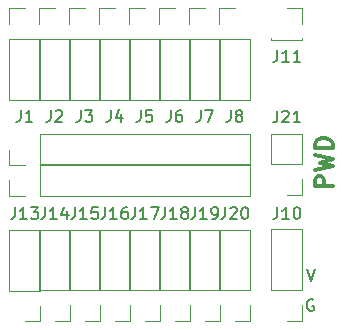
<source format=gto>
G04 #@! TF.GenerationSoftware,KiCad,Pcbnew,5.1.1-8be2ce7~80~ubuntu16.04.1*
G04 #@! TF.CreationDate,2019-04-29T10:17:37+02:00*
G04 #@! TF.ProjectId,servomotors_ext_pwr_adaptor,73657276-6f6d-46f7-946f-72735f657874,rev?*
G04 #@! TF.SameCoordinates,Original*
G04 #@! TF.FileFunction,Legend,Top*
G04 #@! TF.FilePolarity,Positive*
%FSLAX46Y46*%
G04 Gerber Fmt 4.6, Leading zero omitted, Abs format (unit mm)*
G04 Created by KiCad (PCBNEW 5.1.1-8be2ce7~80~ubuntu16.04.1) date 2019-04-29 10:17:37*
%MOMM*%
%LPD*%
G04 APERTURE LIST*
%ADD10C,0.300000*%
%ADD11C,0.150000*%
%ADD12C,0.120000*%
G04 APERTURE END LIST*
D10*
X126205371Y-101161600D02*
X124705371Y-101161600D01*
X124705371Y-100590171D01*
X124776800Y-100447314D01*
X124848228Y-100375885D01*
X124991085Y-100304457D01*
X125205371Y-100304457D01*
X125348228Y-100375885D01*
X125419657Y-100447314D01*
X125491085Y-100590171D01*
X125491085Y-101161600D01*
X124705371Y-99804457D02*
X126205371Y-99447314D01*
X125133942Y-99161600D01*
X126205371Y-98875885D01*
X124705371Y-98518742D01*
X126205371Y-97947314D02*
X124705371Y-97947314D01*
X124705371Y-97590171D01*
X124776800Y-97375885D01*
X124919657Y-97233028D01*
X125062514Y-97161600D01*
X125348228Y-97090171D01*
X125562514Y-97090171D01*
X125848228Y-97161600D01*
X125991085Y-97233028D01*
X126133942Y-97375885D01*
X126205371Y-97590171D01*
X126205371Y-97947314D01*
D11*
X124025066Y-108164380D02*
X124358400Y-109164380D01*
X124691733Y-108164380D01*
X124569504Y-110752000D02*
X124474266Y-110704380D01*
X124331409Y-110704380D01*
X124188552Y-110752000D01*
X124093314Y-110847238D01*
X124045695Y-110942476D01*
X123998076Y-111132952D01*
X123998076Y-111275809D01*
X124045695Y-111466285D01*
X124093314Y-111561523D01*
X124188552Y-111656761D01*
X124331409Y-111704380D01*
X124426647Y-111704380D01*
X124569504Y-111656761D01*
X124617123Y-111609142D01*
X124617123Y-111275809D01*
X124426647Y-111275809D01*
D12*
X98796800Y-86096800D02*
X100126800Y-86096800D01*
X98796800Y-87426800D02*
X98796800Y-86096800D01*
X98796800Y-88696800D02*
X101456800Y-88696800D01*
X101456800Y-88696800D02*
X101456800Y-93836800D01*
X98796800Y-88696800D02*
X98796800Y-93836800D01*
X98796800Y-93836800D02*
X101456800Y-93836800D01*
X101336800Y-93836800D02*
X103996800Y-93836800D01*
X101336800Y-88696800D02*
X101336800Y-93836800D01*
X103996800Y-88696800D02*
X103996800Y-93836800D01*
X101336800Y-88696800D02*
X103996800Y-88696800D01*
X101336800Y-87426800D02*
X101336800Y-86096800D01*
X101336800Y-86096800D02*
X102666800Y-86096800D01*
X103876800Y-86096800D02*
X105206800Y-86096800D01*
X103876800Y-87426800D02*
X103876800Y-86096800D01*
X103876800Y-88696800D02*
X106536800Y-88696800D01*
X106536800Y-88696800D02*
X106536800Y-93836800D01*
X103876800Y-88696800D02*
X103876800Y-93836800D01*
X103876800Y-93836800D02*
X106536800Y-93836800D01*
X106416800Y-93836800D02*
X109076800Y-93836800D01*
X106416800Y-88696800D02*
X106416800Y-93836800D01*
X109076800Y-88696800D02*
X109076800Y-93836800D01*
X106416800Y-88696800D02*
X109076800Y-88696800D01*
X106416800Y-87426800D02*
X106416800Y-86096800D01*
X106416800Y-86096800D02*
X107746800Y-86096800D01*
X108956800Y-86096800D02*
X110286800Y-86096800D01*
X108956800Y-87426800D02*
X108956800Y-86096800D01*
X108956800Y-88696800D02*
X111616800Y-88696800D01*
X111616800Y-88696800D02*
X111616800Y-93836800D01*
X108956800Y-88696800D02*
X108956800Y-93836800D01*
X108956800Y-93836800D02*
X111616800Y-93836800D01*
X111496800Y-93836800D02*
X114156800Y-93836800D01*
X111496800Y-88696800D02*
X111496800Y-93836800D01*
X114156800Y-88696800D02*
X114156800Y-93836800D01*
X111496800Y-88696800D02*
X114156800Y-88696800D01*
X111496800Y-87426800D02*
X111496800Y-86096800D01*
X111496800Y-86096800D02*
X112826800Y-86096800D01*
X114036800Y-86096800D02*
X115366800Y-86096800D01*
X114036800Y-87426800D02*
X114036800Y-86096800D01*
X114036800Y-88696800D02*
X116696800Y-88696800D01*
X116696800Y-88696800D02*
X116696800Y-93836800D01*
X114036800Y-88696800D02*
X114036800Y-93836800D01*
X114036800Y-93836800D02*
X116696800Y-93836800D01*
X116576800Y-93836800D02*
X119236800Y-93836800D01*
X116576800Y-88696800D02*
X116576800Y-93836800D01*
X119236800Y-88696800D02*
X119236800Y-93836800D01*
X116576800Y-88696800D02*
X119236800Y-88696800D01*
X116576800Y-87426800D02*
X116576800Y-86096800D01*
X116576800Y-86096800D02*
X117906800Y-86096800D01*
X98796800Y-99392800D02*
X98796800Y-98062800D01*
X100126800Y-99392800D02*
X98796800Y-99392800D01*
X101396800Y-99392800D02*
X101396800Y-96732800D01*
X101396800Y-96732800D02*
X119236800Y-96732800D01*
X101396800Y-99392800D02*
X119236800Y-99392800D01*
X119236800Y-99392800D02*
X119236800Y-96732800D01*
X123656400Y-104791200D02*
X120996400Y-104791200D01*
X123656400Y-109931200D02*
X123656400Y-104791200D01*
X120996400Y-109931200D02*
X120996400Y-104791200D01*
X123656400Y-109931200D02*
X120996400Y-109931200D01*
X123656400Y-111201200D02*
X123656400Y-112531200D01*
X123656400Y-112531200D02*
X122326400Y-112531200D01*
X119236800Y-101964800D02*
X119236800Y-99304800D01*
X101396800Y-101964800D02*
X119236800Y-101964800D01*
X101396800Y-99304800D02*
X119236800Y-99304800D01*
X101396800Y-101964800D02*
X101396800Y-99304800D01*
X100126800Y-101964800D02*
X98796800Y-101964800D01*
X98796800Y-101964800D02*
X98796800Y-100634800D01*
X101456800Y-112600800D02*
X100126800Y-112600800D01*
X101456800Y-111270800D02*
X101456800Y-112600800D01*
X101456800Y-110000800D02*
X98796800Y-110000800D01*
X98796800Y-110000800D02*
X98796800Y-104860800D01*
X101456800Y-110000800D02*
X101456800Y-104860800D01*
X101456800Y-104860800D02*
X98796800Y-104860800D01*
X103996800Y-104842000D02*
X101336800Y-104842000D01*
X103996800Y-109982000D02*
X103996800Y-104842000D01*
X101336800Y-109982000D02*
X101336800Y-104842000D01*
X103996800Y-109982000D02*
X101336800Y-109982000D01*
X103996800Y-111252000D02*
X103996800Y-112582000D01*
X103996800Y-112582000D02*
X102666800Y-112582000D01*
X106536800Y-104842000D02*
X103876800Y-104842000D01*
X106536800Y-109982000D02*
X106536800Y-104842000D01*
X103876800Y-109982000D02*
X103876800Y-104842000D01*
X106536800Y-109982000D02*
X103876800Y-109982000D01*
X106536800Y-111252000D02*
X106536800Y-112582000D01*
X106536800Y-112582000D02*
X105206800Y-112582000D01*
X109076800Y-112582000D02*
X107746800Y-112582000D01*
X109076800Y-111252000D02*
X109076800Y-112582000D01*
X109076800Y-109982000D02*
X106416800Y-109982000D01*
X106416800Y-109982000D02*
X106416800Y-104842000D01*
X109076800Y-109982000D02*
X109076800Y-104842000D01*
X109076800Y-104842000D02*
X106416800Y-104842000D01*
X111616800Y-104842000D02*
X108956800Y-104842000D01*
X111616800Y-109982000D02*
X111616800Y-104842000D01*
X108956800Y-109982000D02*
X108956800Y-104842000D01*
X111616800Y-109982000D02*
X108956800Y-109982000D01*
X111616800Y-111252000D02*
X111616800Y-112582000D01*
X111616800Y-112582000D02*
X110286800Y-112582000D01*
X114156800Y-112582000D02*
X112826800Y-112582000D01*
X114156800Y-111252000D02*
X114156800Y-112582000D01*
X114156800Y-109982000D02*
X111496800Y-109982000D01*
X111496800Y-109982000D02*
X111496800Y-104842000D01*
X114156800Y-109982000D02*
X114156800Y-104842000D01*
X114156800Y-104842000D02*
X111496800Y-104842000D01*
X116696800Y-104842000D02*
X114036800Y-104842000D01*
X116696800Y-109982000D02*
X116696800Y-104842000D01*
X114036800Y-109982000D02*
X114036800Y-104842000D01*
X116696800Y-109982000D02*
X114036800Y-109982000D01*
X116696800Y-111252000D02*
X116696800Y-112582000D01*
X116696800Y-112582000D02*
X115366800Y-112582000D01*
X119236800Y-112582000D02*
X117906800Y-112582000D01*
X119236800Y-111252000D02*
X119236800Y-112582000D01*
X119236800Y-109982000D02*
X116576800Y-109982000D01*
X116576800Y-109982000D02*
X116576800Y-104842000D01*
X119236800Y-109982000D02*
X119236800Y-104842000D01*
X119236800Y-104842000D02*
X116576800Y-104842000D01*
X120996400Y-88756800D02*
X123656400Y-88756800D01*
X120996400Y-88636800D02*
X120996400Y-88756800D01*
X123656400Y-88636800D02*
X123656400Y-88756800D01*
X123656400Y-86096800D02*
X123656400Y-87426800D01*
X122326400Y-86096800D02*
X123656400Y-86096800D01*
X123656400Y-96714000D02*
X120996400Y-96714000D01*
X123656400Y-99314000D02*
X123656400Y-96714000D01*
X120996400Y-99314000D02*
X120996400Y-96714000D01*
X123656400Y-99314000D02*
X120996400Y-99314000D01*
X123656400Y-100584000D02*
X123656400Y-101914000D01*
X123656400Y-101914000D02*
X122326400Y-101914000D01*
D11*
X99793466Y-94702380D02*
X99793466Y-95416666D01*
X99745847Y-95559523D01*
X99650609Y-95654761D01*
X99507752Y-95702380D01*
X99412514Y-95702380D01*
X100793466Y-95702380D02*
X100222038Y-95702380D01*
X100507752Y-95702380D02*
X100507752Y-94702380D01*
X100412514Y-94845238D01*
X100317276Y-94940476D01*
X100222038Y-94988095D01*
X102333466Y-94702380D02*
X102333466Y-95416666D01*
X102285847Y-95559523D01*
X102190609Y-95654761D01*
X102047752Y-95702380D01*
X101952514Y-95702380D01*
X102762038Y-94797619D02*
X102809657Y-94750000D01*
X102904895Y-94702380D01*
X103142990Y-94702380D01*
X103238228Y-94750000D01*
X103285847Y-94797619D01*
X103333466Y-94892857D01*
X103333466Y-94988095D01*
X103285847Y-95130952D01*
X102714419Y-95702380D01*
X103333466Y-95702380D01*
X104873466Y-94702380D02*
X104873466Y-95416666D01*
X104825847Y-95559523D01*
X104730609Y-95654761D01*
X104587752Y-95702380D01*
X104492514Y-95702380D01*
X105254419Y-94702380D02*
X105873466Y-94702380D01*
X105540133Y-95083333D01*
X105682990Y-95083333D01*
X105778228Y-95130952D01*
X105825847Y-95178571D01*
X105873466Y-95273809D01*
X105873466Y-95511904D01*
X105825847Y-95607142D01*
X105778228Y-95654761D01*
X105682990Y-95702380D01*
X105397276Y-95702380D01*
X105302038Y-95654761D01*
X105254419Y-95607142D01*
X107413466Y-94702380D02*
X107413466Y-95416666D01*
X107365847Y-95559523D01*
X107270609Y-95654761D01*
X107127752Y-95702380D01*
X107032514Y-95702380D01*
X108318228Y-95035714D02*
X108318228Y-95702380D01*
X108080133Y-94654761D02*
X107842038Y-95369047D01*
X108461085Y-95369047D01*
X109953466Y-94702380D02*
X109953466Y-95416666D01*
X109905847Y-95559523D01*
X109810609Y-95654761D01*
X109667752Y-95702380D01*
X109572514Y-95702380D01*
X110905847Y-94702380D02*
X110429657Y-94702380D01*
X110382038Y-95178571D01*
X110429657Y-95130952D01*
X110524895Y-95083333D01*
X110762990Y-95083333D01*
X110858228Y-95130952D01*
X110905847Y-95178571D01*
X110953466Y-95273809D01*
X110953466Y-95511904D01*
X110905847Y-95607142D01*
X110858228Y-95654761D01*
X110762990Y-95702380D01*
X110524895Y-95702380D01*
X110429657Y-95654761D01*
X110382038Y-95607142D01*
X112493466Y-94702380D02*
X112493466Y-95416666D01*
X112445847Y-95559523D01*
X112350609Y-95654761D01*
X112207752Y-95702380D01*
X112112514Y-95702380D01*
X113398228Y-94702380D02*
X113207752Y-94702380D01*
X113112514Y-94750000D01*
X113064895Y-94797619D01*
X112969657Y-94940476D01*
X112922038Y-95130952D01*
X112922038Y-95511904D01*
X112969657Y-95607142D01*
X113017276Y-95654761D01*
X113112514Y-95702380D01*
X113302990Y-95702380D01*
X113398228Y-95654761D01*
X113445847Y-95607142D01*
X113493466Y-95511904D01*
X113493466Y-95273809D01*
X113445847Y-95178571D01*
X113398228Y-95130952D01*
X113302990Y-95083333D01*
X113112514Y-95083333D01*
X113017276Y-95130952D01*
X112969657Y-95178571D01*
X112922038Y-95273809D01*
X115033466Y-94702380D02*
X115033466Y-95416666D01*
X114985847Y-95559523D01*
X114890609Y-95654761D01*
X114747752Y-95702380D01*
X114652514Y-95702380D01*
X115414419Y-94702380D02*
X116081085Y-94702380D01*
X115652514Y-95702380D01*
X117573466Y-94702380D02*
X117573466Y-95416666D01*
X117525847Y-95559523D01*
X117430609Y-95654761D01*
X117287752Y-95702380D01*
X117192514Y-95702380D01*
X118192514Y-95130952D02*
X118097276Y-95083333D01*
X118049657Y-95035714D01*
X118002038Y-94940476D01*
X118002038Y-94892857D01*
X118049657Y-94797619D01*
X118097276Y-94750000D01*
X118192514Y-94702380D01*
X118382990Y-94702380D01*
X118478228Y-94750000D01*
X118525847Y-94797619D01*
X118573466Y-94892857D01*
X118573466Y-94940476D01*
X118525847Y-95035714D01*
X118478228Y-95083333D01*
X118382990Y-95130952D01*
X118192514Y-95130952D01*
X118097276Y-95178571D01*
X118049657Y-95226190D01*
X118002038Y-95321428D01*
X118002038Y-95511904D01*
X118049657Y-95607142D01*
X118097276Y-95654761D01*
X118192514Y-95702380D01*
X118382990Y-95702380D01*
X118478228Y-95654761D01*
X118525847Y-95607142D01*
X118573466Y-95511904D01*
X118573466Y-95321428D01*
X118525847Y-95226190D01*
X118478228Y-95178571D01*
X118382990Y-95130952D01*
X121516876Y-102931980D02*
X121516876Y-103646266D01*
X121469257Y-103789123D01*
X121374019Y-103884361D01*
X121231161Y-103931980D01*
X121135923Y-103931980D01*
X122516876Y-103931980D02*
X121945447Y-103931980D01*
X122231161Y-103931980D02*
X122231161Y-102931980D01*
X122135923Y-103074838D01*
X122040685Y-103170076D01*
X121945447Y-103217695D01*
X123135923Y-102931980D02*
X123231161Y-102931980D01*
X123326400Y-102979600D01*
X123374019Y-103027219D01*
X123421638Y-103122457D01*
X123469257Y-103312933D01*
X123469257Y-103551028D01*
X123421638Y-103741504D01*
X123374019Y-103836742D01*
X123326400Y-103884361D01*
X123231161Y-103931980D01*
X123135923Y-103931980D01*
X123040685Y-103884361D01*
X122993066Y-103836742D01*
X122945447Y-103741504D01*
X122897828Y-103551028D01*
X122897828Y-103312933D01*
X122945447Y-103122457D01*
X122993066Y-103027219D01*
X123040685Y-102979600D01*
X123135923Y-102931980D01*
X99317276Y-102931980D02*
X99317276Y-103646266D01*
X99269657Y-103789123D01*
X99174419Y-103884361D01*
X99031561Y-103931980D01*
X98936323Y-103931980D01*
X100317276Y-103931980D02*
X99745847Y-103931980D01*
X100031561Y-103931980D02*
X100031561Y-102931980D01*
X99936323Y-103074838D01*
X99841085Y-103170076D01*
X99745847Y-103217695D01*
X100650609Y-102931980D02*
X101269657Y-102931980D01*
X100936323Y-103312933D01*
X101079180Y-103312933D01*
X101174419Y-103360552D01*
X101222038Y-103408171D01*
X101269657Y-103503409D01*
X101269657Y-103741504D01*
X101222038Y-103836742D01*
X101174419Y-103884361D01*
X101079180Y-103931980D01*
X100793466Y-103931980D01*
X100698228Y-103884361D01*
X100650609Y-103836742D01*
X101857276Y-102931980D02*
X101857276Y-103646266D01*
X101809657Y-103789123D01*
X101714419Y-103884361D01*
X101571561Y-103931980D01*
X101476323Y-103931980D01*
X102857276Y-103931980D02*
X102285847Y-103931980D01*
X102571561Y-103931980D02*
X102571561Y-102931980D01*
X102476323Y-103074838D01*
X102381085Y-103170076D01*
X102285847Y-103217695D01*
X103714419Y-103265314D02*
X103714419Y-103931980D01*
X103476323Y-102884361D02*
X103238228Y-103598647D01*
X103857276Y-103598647D01*
X104397276Y-102931980D02*
X104397276Y-103646266D01*
X104349657Y-103789123D01*
X104254419Y-103884361D01*
X104111561Y-103931980D01*
X104016323Y-103931980D01*
X105397276Y-103931980D02*
X104825847Y-103931980D01*
X105111561Y-103931980D02*
X105111561Y-102931980D01*
X105016323Y-103074838D01*
X104921085Y-103170076D01*
X104825847Y-103217695D01*
X106302038Y-102931980D02*
X105825847Y-102931980D01*
X105778228Y-103408171D01*
X105825847Y-103360552D01*
X105921085Y-103312933D01*
X106159180Y-103312933D01*
X106254419Y-103360552D01*
X106302038Y-103408171D01*
X106349657Y-103503409D01*
X106349657Y-103741504D01*
X106302038Y-103836742D01*
X106254419Y-103884361D01*
X106159180Y-103931980D01*
X105921085Y-103931980D01*
X105825847Y-103884361D01*
X105778228Y-103836742D01*
X106937276Y-102931980D02*
X106937276Y-103646266D01*
X106889657Y-103789123D01*
X106794419Y-103884361D01*
X106651561Y-103931980D01*
X106556323Y-103931980D01*
X107937276Y-103931980D02*
X107365847Y-103931980D01*
X107651561Y-103931980D02*
X107651561Y-102931980D01*
X107556323Y-103074838D01*
X107461085Y-103170076D01*
X107365847Y-103217695D01*
X108794419Y-102931980D02*
X108603942Y-102931980D01*
X108508704Y-102979600D01*
X108461085Y-103027219D01*
X108365847Y-103170076D01*
X108318228Y-103360552D01*
X108318228Y-103741504D01*
X108365847Y-103836742D01*
X108413466Y-103884361D01*
X108508704Y-103931980D01*
X108699180Y-103931980D01*
X108794419Y-103884361D01*
X108842038Y-103836742D01*
X108889657Y-103741504D01*
X108889657Y-103503409D01*
X108842038Y-103408171D01*
X108794419Y-103360552D01*
X108699180Y-103312933D01*
X108508704Y-103312933D01*
X108413466Y-103360552D01*
X108365847Y-103408171D01*
X108318228Y-103503409D01*
X109477276Y-102931980D02*
X109477276Y-103646266D01*
X109429657Y-103789123D01*
X109334419Y-103884361D01*
X109191561Y-103931980D01*
X109096323Y-103931980D01*
X110477276Y-103931980D02*
X109905847Y-103931980D01*
X110191561Y-103931980D02*
X110191561Y-102931980D01*
X110096323Y-103074838D01*
X110001085Y-103170076D01*
X109905847Y-103217695D01*
X110810609Y-102931980D02*
X111477276Y-102931980D01*
X111048704Y-103931980D01*
X112017276Y-102931980D02*
X112017276Y-103646266D01*
X111969657Y-103789123D01*
X111874419Y-103884361D01*
X111731561Y-103931980D01*
X111636323Y-103931980D01*
X113017276Y-103931980D02*
X112445847Y-103931980D01*
X112731561Y-103931980D02*
X112731561Y-102931980D01*
X112636323Y-103074838D01*
X112541085Y-103170076D01*
X112445847Y-103217695D01*
X113588704Y-103360552D02*
X113493466Y-103312933D01*
X113445847Y-103265314D01*
X113398228Y-103170076D01*
X113398228Y-103122457D01*
X113445847Y-103027219D01*
X113493466Y-102979600D01*
X113588704Y-102931980D01*
X113779180Y-102931980D01*
X113874419Y-102979600D01*
X113922038Y-103027219D01*
X113969657Y-103122457D01*
X113969657Y-103170076D01*
X113922038Y-103265314D01*
X113874419Y-103312933D01*
X113779180Y-103360552D01*
X113588704Y-103360552D01*
X113493466Y-103408171D01*
X113445847Y-103455790D01*
X113398228Y-103551028D01*
X113398228Y-103741504D01*
X113445847Y-103836742D01*
X113493466Y-103884361D01*
X113588704Y-103931980D01*
X113779180Y-103931980D01*
X113874419Y-103884361D01*
X113922038Y-103836742D01*
X113969657Y-103741504D01*
X113969657Y-103551028D01*
X113922038Y-103455790D01*
X113874419Y-103408171D01*
X113779180Y-103360552D01*
X114557276Y-102931980D02*
X114557276Y-103646266D01*
X114509657Y-103789123D01*
X114414419Y-103884361D01*
X114271561Y-103931980D01*
X114176323Y-103931980D01*
X115557276Y-103931980D02*
X114985847Y-103931980D01*
X115271561Y-103931980D02*
X115271561Y-102931980D01*
X115176323Y-103074838D01*
X115081085Y-103170076D01*
X114985847Y-103217695D01*
X116033466Y-103931980D02*
X116223942Y-103931980D01*
X116319180Y-103884361D01*
X116366800Y-103836742D01*
X116462038Y-103693885D01*
X116509657Y-103503409D01*
X116509657Y-103122457D01*
X116462038Y-103027219D01*
X116414419Y-102979600D01*
X116319180Y-102931980D01*
X116128704Y-102931980D01*
X116033466Y-102979600D01*
X115985847Y-103027219D01*
X115938228Y-103122457D01*
X115938228Y-103360552D01*
X115985847Y-103455790D01*
X116033466Y-103503409D01*
X116128704Y-103551028D01*
X116319180Y-103551028D01*
X116414419Y-103503409D01*
X116462038Y-103455790D01*
X116509657Y-103360552D01*
X117097276Y-102931980D02*
X117097276Y-103646266D01*
X117049657Y-103789123D01*
X116954419Y-103884361D01*
X116811561Y-103931980D01*
X116716323Y-103931980D01*
X117525847Y-103027219D02*
X117573466Y-102979600D01*
X117668704Y-102931980D01*
X117906800Y-102931980D01*
X118002038Y-102979600D01*
X118049657Y-103027219D01*
X118097276Y-103122457D01*
X118097276Y-103217695D01*
X118049657Y-103360552D01*
X117478228Y-103931980D01*
X118097276Y-103931980D01*
X118716323Y-102931980D02*
X118811561Y-102931980D01*
X118906800Y-102979600D01*
X118954419Y-103027219D01*
X119002038Y-103122457D01*
X119049657Y-103312933D01*
X119049657Y-103551028D01*
X119002038Y-103741504D01*
X118954419Y-103836742D01*
X118906800Y-103884361D01*
X118811561Y-103931980D01*
X118716323Y-103931980D01*
X118621085Y-103884361D01*
X118573466Y-103836742D01*
X118525847Y-103741504D01*
X118478228Y-103551028D01*
X118478228Y-103312933D01*
X118525847Y-103122457D01*
X118573466Y-103027219D01*
X118621085Y-102979600D01*
X118716323Y-102931980D01*
X121516876Y-89622380D02*
X121516876Y-90336666D01*
X121469257Y-90479523D01*
X121374019Y-90574761D01*
X121231161Y-90622380D01*
X121135923Y-90622380D01*
X122516876Y-90622380D02*
X121945447Y-90622380D01*
X122231161Y-90622380D02*
X122231161Y-89622380D01*
X122135923Y-89765238D01*
X122040685Y-89860476D01*
X121945447Y-89908095D01*
X123469257Y-90622380D02*
X122897828Y-90622380D01*
X123183542Y-90622380D02*
X123183542Y-89622380D01*
X123088304Y-89765238D01*
X122993066Y-89860476D01*
X122897828Y-89908095D01*
X121516876Y-94753180D02*
X121516876Y-95467466D01*
X121469257Y-95610323D01*
X121374019Y-95705561D01*
X121231161Y-95753180D01*
X121135923Y-95753180D01*
X121945447Y-94848419D02*
X121993066Y-94800800D01*
X122088304Y-94753180D01*
X122326400Y-94753180D01*
X122421638Y-94800800D01*
X122469257Y-94848419D01*
X122516876Y-94943657D01*
X122516876Y-95038895D01*
X122469257Y-95181752D01*
X121897828Y-95753180D01*
X122516876Y-95753180D01*
X123469257Y-95753180D02*
X122897828Y-95753180D01*
X123183542Y-95753180D02*
X123183542Y-94753180D01*
X123088304Y-94896038D01*
X122993066Y-94991276D01*
X122897828Y-95038895D01*
M02*

</source>
